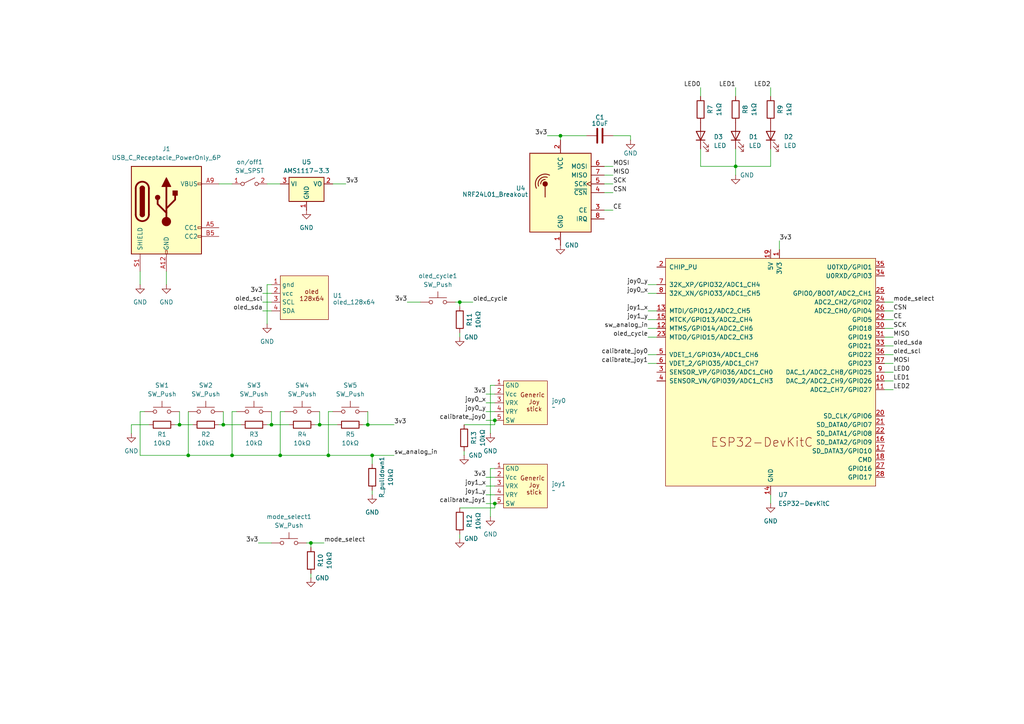
<source format=kicad_sch>
(kicad_sch (version 20231120) (generator "eeschema") (generator_version "8.0")
  (paper "A4")
  (lib_symbols
    (symbol "Connector:USB_C_Receptacle_PowerOnly_6P" (pin_names (offset 1.016))
      (property "Reference" "J" (at 0 16.51 0))
      (property "Value" "USB_C_Receptacle_PowerOnly_6P" (at 0 13.97 0))
      (symbol "USB_C_Receptacle_PowerOnly_6P_0_0"
        (rectangle (start -0.254 -12.7) (end 0.254 -11.684))
        (rectangle (start 10.16 -7.366) (end 9.144 -7.874))
        (rectangle (start 10.16 -4.826) (end 9.144 -5.334))
        (rectangle (start 10.16 7.874) (end 9.144 7.366))
      )
      (symbol "USB_C_Receptacle_PowerOnly_6P_0_1"
        (rectangle (start -10.16 12.7) (end 10.16 -12.7) (stroke (width 0.254)) (fill (type background)))
        (arc (start -8.89 -1.27) (mid -6.985 -3.1667) (end -5.08 -1.27) (stroke (width 0.508)))
        (arc (start -7.62 -1.27) (mid -6.985 -1.9023) (end -6.35 -1.27) (stroke (width 0.254)))
        (arc (start -7.62 -1.27) (mid -6.985 -1.9023) (end -6.35 -1.27) (stroke (width 0.254)) (fill (type outline)))
        (rectangle (start -7.62 -1.27) (end -6.35 6.35) (stroke (width 0.254)) (fill (type outline)))
        (arc (start -6.35 6.35) (mid -6.985 6.9823) (end -7.62 6.35) (stroke (width 0.254)))
        (arc (start -6.35 6.35) (mid -6.985 6.9823) (end -7.62 6.35) (stroke (width 0.254)) (fill (type outline)))
        (arc (start -5.08 6.35) (mid -6.985 8.2467) (end -8.89 6.35) (stroke (width 0.508)))
        (circle (center -2.54 3.683) (radius 0.635) (stroke (width 0.254)) (fill (type outline)))
        (circle (center 0 -3.302) (radius 1.27) (fill (type outline)))
        (polyline (pts (xy -8.89 -1.27) (xy -8.89 6.35)) (stroke (width 0.508)))
        (polyline (pts (xy -5.08 6.35) (xy -5.08 -1.27)) (stroke (width 0.508)))
        (polyline (pts (xy 0 -3.302) (xy 0 6.858)) (stroke (width 0.508)))
        (polyline (pts (xy 0 -0.762) (xy -2.54 1.778) (xy -2.54 3.048)) (stroke (width 0.508)))
        (polyline (pts (xy 0 0.508) (xy 2.54 3.048) (xy 2.54 4.318)) (stroke (width 0.508)))
        (polyline (pts (xy -1.27 6.858) (xy 0 9.398) (xy 1.27 6.858) (xy -1.27 6.858)) (stroke (width 0.254)) (fill (type outline)))
        (rectangle (start 1.905 4.318) (end 3.175 5.588) (stroke (width 0.254)) (fill (type outline)))
      )
      (symbol "USB_C_Receptacle_PowerOnly_6P_1_1"
        (pin passive line (at 0 -17.78 90) (length 5.08) (name "GND") (number "A12"))
        (pin bidirectional line (at 15.24 -5.08 180) (length 5.08) (name "CC1") (number "A5"))
        (pin passive line (at 15.24 7.62 180) (length 5.08) (name "VBUS") (number "A9"))
        (pin passive line (at 0 -17.78 90) (length 5.08) hide (name "GND") (number "B12"))
        (pin bidirectional line (at 15.24 -7.62 180) (length 5.08) (name "CC2") (number "B5"))
        (pin passive line (at 15.24 7.62 180) (length 5.08) hide (name "VBUS") (number "B9"))
        (pin passive line (at -7.62 -17.78 90) (length 5.08) (name "SHIELD") (number "S1"))
      )
    )
    (symbol "Device:C" (pin_numbers hide) (pin_names (offset 0.254))
      (property "Reference" "C" (at 0.635 2.54 0))
      (property "Value" "C" (at 0.635 -2.54 0))
      (symbol "C_0_1"
        (polyline (pts (xy -2.032 -0.762) (xy 2.032 -0.762)) (stroke (width 0.508)))
        (polyline (pts (xy -2.032 0.762) (xy 2.032 0.762)) (stroke (width 0.508)))
      )
      (symbol "C_1_1"
        (pin passive line (at 0 3.81 270) (length 2.794) (name "~") (number "1"))
        (pin passive line (at 0 -3.81 90) (length 2.794) (name "~") (number "2"))
      )
    )
    (symbol "Device:LED" (pin_numbers hide) (pin_names (offset 1.016) hide)
      (property "Reference" "D" (at 0 2.54 0))
      (property "Value" "LED" (at 0 -2.54 0))
      (symbol "LED_0_1"
        (polyline (pts (xy -1.27 -1.27) (xy -1.27 1.27)) (stroke (width 0.254)))
        (polyline (pts (xy -1.27 0) (xy 1.27 0)))
        (polyline (pts (xy 1.27 -1.27) (xy 1.27 1.27) (xy -1.27 0) (xy 1.27 -1.27)) (stroke (width 0.254)))
        (polyline (pts (xy -3.048 -0.762) (xy -4.572 -2.286) (xy -3.81 -2.286) (xy -4.572 -2.286) (xy -4.572 -1.524)))
        (polyline (pts (xy -1.778 -0.762) (xy -3.302 -2.286) (xy -2.54 -2.286) (xy -3.302 -2.286) (xy -3.302 -1.524)))
      )
      (symbol "LED_1_1"
        (pin passive line (at -3.81 0 0) (length 2.54) (name "K") (number "1"))
        (pin passive line (at 3.81 0 180) (length 2.54) (name "A") (number "2"))
      )
    )
    (symbol "Device:R" (pin_numbers hide) (pin_names (offset 0))
      (property "Reference" "R" (at 2.032 0 90))
      (property "Value" "R" (at 0 0 90))
      (symbol "R_0_1"
        (rectangle (start -1.016 -2.54) (end 1.016 2.54) (stroke (width 0.254)))
      )
      (symbol "R_1_1"
        (pin passive line (at 0 3.81 270) (length 1.27) (name "~") (number "1"))
        (pin passive line (at 0 -3.81 90) (length 1.27) (name "~") (number "2"))
      )
    )
    (symbol "PCM_Espressif:ESP32-DevKitC" (pin_names (offset 1.016))
      (property "Reference" "U" (at -30.48 38.1 0))
      (property "Value" "ESP32-DevKitC" (at -30.48 35.56 0))
      (symbol "ESP32-DevKitC_0_0"
        (text "ESP32-DevKitC" (at -2.54 -20.32 0) (effects (font (size 2.54 2.54))))
        (pin power_in line (at 0 -35.56 90) (length 2.54) (name "GND") (number "14"))
        (pin power_in line (at 0 35.56 270) (length 2.54) (name "5V") (number "19"))
      )
      (symbol "ESP32-DevKitC_0_1"
        (rectangle (start -30.48 33.02) (end 30.48 -33.02) (fill (type background)))
      )
      (symbol "ESP32-DevKitC_1_1"
        (pin power_in line (at 2.54 35.56 270) (length 2.54) (name "3V3") (number "1"))
        (pin bidirectional line (at 33.02 -2.54 180) (length 2.54) (name "DAC_2/ADC2_CH9/GPIO26") (number "10"))
        (pin bidirectional line (at 33.02 -5.08 180) (length 2.54) (name "ADC2_CH7/GPIO27") (number "11"))
        (pin bidirectional line (at -33.02 12.7 0) (length 2.54) (name "MTMS/GPIO14/ADC2_CH6") (number "12"))
        (pin bidirectional line (at -33.02 17.78 0) (length 2.54) (name "MTDI/GPIO12/ADC2_CH5") (number "13"))
        (pin bidirectional line (at -33.02 15.24 0) (length 2.54) (name "MTCK/GPIO13/ADC2_CH4") (number "15"))
        (pin bidirectional line (at 33.02 -20.32 180) (length 2.54) (name "SD_DATA2/GPIO9") (number "16"))
        (pin bidirectional line (at 33.02 -22.86 180) (length 2.54) (name "SD_DATA3/GPIO10") (number "17"))
        (pin bidirectional line (at 33.02 -25.4 180) (length 2.54) (name "CMD") (number "18"))
        (pin input line (at -33.02 30.48 0) (length 2.54) (name "CHIP_PU") (number "2"))
        (pin bidirectional line (at 33.02 -12.7 180) (length 2.54) (name "SD_CLK/GPIO6") (number "20"))
        (pin bidirectional line (at 33.02 -15.24 180) (length 2.54) (name "SD_DATA0/GPIO7") (number "21"))
        (pin bidirectional line (at 33.02 -17.78 180) (length 2.54) (name "SD_DATA1/GPIO8") (number "22"))
        (pin bidirectional line (at -33.02 10.16 0) (length 2.54) (name "MTDO/GPIO15/ADC2_CH3") (number "23"))
        (pin bidirectional line (at 33.02 20.32 180) (length 2.54) (name "ADC2_CH2/GPIO2") (number "24"))
        (pin bidirectional line (at 33.02 22.86 180) (length 2.54) (name "GPIO0/BOOT/ADC2_CH1") (number "25"))
        (pin bidirectional line (at 33.02 17.78 180) (length 2.54) (name "ADC2_CH0/GPIO4") (number "26"))
        (pin bidirectional line (at 33.02 -27.94 180) (length 2.54) (name "GPIO16") (number "27"))
        (pin bidirectional line (at 33.02 -30.48 180) (length 2.54) (name "GPIO17") (number "28"))
        (pin bidirectional line (at 33.02 15.24 180) (length 2.54) (name "GPIO5") (number "29"))
        (pin input line (at -33.02 0 0) (length 2.54) (name "SENSOR_VP/GPIO36/ADC1_CH0") (number "3"))
        (pin bidirectional line (at 33.02 12.7 180) (length 2.54) (name "GPIO18") (number "30"))
        (pin bidirectional line (at 33.02 10.16 180) (length 2.54) (name "GPIO19") (number "31"))
        (pin passive line (at 0 -35.56 90) (length 2.54) hide (name "GND") (number "32"))
        (pin bidirectional line (at 33.02 7.62 180) (length 2.54) (name "GPIO21") (number "33"))
        (pin bidirectional line (at 33.02 27.94 180) (length 2.54) (name "U0RXD/GPIO3") (number "34"))
        (pin bidirectional line (at 33.02 30.48 180) (length 2.54) (name "U0TXD/GPIO1") (number "35"))
        (pin bidirectional line (at 33.02 5.08 180) (length 2.54) (name "GPIO22") (number "36"))
        (pin bidirectional line (at 33.02 2.54 180) (length 2.54) (name "GPIO23") (number "37"))
        (pin passive line (at 0 -35.56 90) (length 2.54) hide (name "GND") (number "38"))
        (pin input line (at -33.02 -2.54 0) (length 2.54) (name "SENSOR_VN/GPIO39/ADC1_CH3") (number "4"))
        (pin input line (at -33.02 5.08 0) (length 2.54) (name "VDET_1/GPIO34/ADC1_CH6") (number "5"))
        (pin input line (at -33.02 2.54 0) (length 2.54) (name "VDET_2/GPIO35/ADC1_CH7") (number "6"))
        (pin bidirectional line (at -33.02 25.4 0) (length 2.54) (name "32K_XP/GPIO32/ADC1_CH4") (number "7"))
        (pin bidirectional line (at -33.02 22.86 0) (length 2.54) (name "32K_XN/GPIO33/ADC1_CH5") (number "8"))
        (pin bidirectional line (at 33.02 0 180) (length 2.54) (name "DAC_1/ADC2_CH8/GPIO25") (number "9"))
      )
    )
    (symbol "RF:NRF24L01_Breakout" (pin_names (offset 1.016))
      (property "Reference" "U" (at -8.89 12.7 0))
      (property "Value" "NRF24L01_Breakout" (at 3.81 12.7 0))
      (symbol "NRF24L01_Breakout_0_1"
        (rectangle (start -8.89 11.43) (end 8.89 -11.43) (stroke (width 0.254)) (fill (type background)))
        (polyline (pts (xy 4.445 1.905) (xy 4.445 -1.27)) (stroke (width 0.254)))
        (circle (center 4.445 2.54) (radius 0.635) (stroke (width 0.254)) (fill (type outline)))
        (arc (start 5.715 2.54) (mid 5.3521 3.4546) (end 4.445 3.81) (stroke (width 0.254)))
        (arc (start 6.35 1.905) (mid 5.8763 3.9854) (end 3.81 4.445) (stroke (width 0.254)))
        (arc (start 6.985 1.27) (mid 6.453 4.548) (end 3.175 5.08) (stroke (width 0.254)))
      )
      (symbol "NRF24L01_Breakout_1_1"
        (pin power_in line (at 0 -15.24 90) (length 3.81) (name "GND") (number "1"))
        (pin power_in line (at 0 15.24 270) (length 3.81) (name "VCC") (number "2"))
        (pin input line (at -12.7 -5.08 0) (length 3.81) (name "CE") (number "3"))
        (pin input line (at -12.7 0 0) (length 3.81) (name "~{CSN}") (number "4"))
        (pin input clock (at -12.7 2.54 0) (length 3.81) (name "SCK") (number "5"))
        (pin input line (at -12.7 7.62 0) (length 3.81) (name "MOSI") (number "6"))
        (pin output line (at -12.7 5.08 0) (length 3.81) (name "MISO") (number "7"))
        (pin output line (at -12.7 -7.62 0) (length 3.81) (name "IRQ") (number "8"))
      )
    )
    (symbol "Regulator_Linear:AMS1117-3.3"
      (property "Reference" "U" (at -3.81 3.175 0))
      (property "Value" "AMS1117-3.3" (at 0 3.175 0))
      (symbol "AMS1117-3.3_0_1"
        (rectangle (start -5.08 -5.08) (end 5.08 1.905) (stroke (width 0.254)) (fill (type background)))
      )
      (symbol "AMS1117-3.3_1_1"
        (pin power_in line (at 0 -7.62 90) (length 2.54) (name "GND") (number "1"))
        (pin power_out line (at 7.62 0 180) (length 2.54) (name "VO") (number "2"))
        (pin power_in line (at -7.62 0 0) (length 2.54) (name "VI") (number "3"))
      )
    )
    (symbol "Switch:SW_Push" (pin_numbers hide) (pin_names (offset 1.016) hide)
      (property "Reference" "SW" (at 1.27 2.54 0))
      (property "Value" "SW_Push" (at 0 -1.524 0))
      (symbol "SW_Push_0_1"
        (circle (center -2.032 0) (radius 0.508))
        (polyline (pts (xy 0 1.27) (xy 0 3.048)))
        (polyline (pts (xy 2.54 1.27) (xy -2.54 1.27)))
        (circle (center 2.032 0) (radius 0.508))
        (pin passive line (at -5.08 0 0) (length 2.54) (name "1") (number "1"))
        (pin passive line (at 5.08 0 180) (length 2.54) (name "2") (number "2"))
      )
    )
    (symbol "Switch:SW_SPST" (pin_names (offset 0) hide)
      (property "Reference" "SW" (at 0 3.175 0))
      (property "Value" "SW_SPST" (at 0 -2.54 0))
      (symbol "SW_SPST_0_0"
        (circle (center -2.032 0) (radius 0.508))
        (polyline (pts (xy -1.524 0.254) (xy 1.524 1.778)))
        (circle (center 2.032 0) (radius 0.508))
      )
      (symbol "SW_SPST_1_1"
        (pin passive line (at -5.08 0 0) (length 2.54) (name "A") (number "1"))
        (pin passive line (at 5.08 0 180) (length 2.54) (name "B") (number "2"))
      )
    )
    (symbol "custom_lib:Generic_Joystick"
      (property "Reference" "U" (at 0 0 0))
      (symbol "Generic_Joystick_1_1"
        (rectangle (start 2.54 6.35) (end 15.24 -6.35) (fill (type background)))
        (text "Generic \nJoy\nstick\n" (at 11.43 0.254 0) (effects (font (size 1.27 1.27))))
        (pin power_in line (at 0 5.08 0) (length 2.54) (name "GND") (number "1"))
        (pin power_in line (at 0 2.54 0) (length 2.54) (name "Vcc") (number "2"))
        (pin bidirectional line (at 0 0 0) (length 2.54) (name "VRX") (number "3"))
        (pin bidirectional line (at 0 -2.54 0) (length 2.54) (name "VRY") (number "4"))
        (pin bidirectional line (at 0 -5.08 0) (length 2.54) (name "SW") (number "5"))
      )
    )
    (symbol "custom_lib:oled_display_128x64"
      (property "Reference" "U" (at 0 0 0))
      (symbol "oled_display_128x64_1_1"
        (rectangle (start 2.54 6.35) (end 16.51 -6.35) (fill (type background)))
        (text "oled\n128x64\n" (at 11.684 0.762 0) (effects (font (size 1.27 1.27))))
        (pin power_in line (at 0 3.81 0) (length 2.54) (name "gnd") (number "1"))
        (pin power_in line (at 0 1.27 0) (length 2.54) (name "vcc") (number "2"))
        (pin bidirectional line (at 0 -1.27 0) (length 2.54) (name "SCL") (number "3"))
        (pin bidirectional line (at 0 -3.81 0) (length 2.54) (name "SDA") (number "4"))
      )
    )
    (symbol "power:GND" (power) (pin_numbers hide) (pin_names (offset 0) hide)
      (property "Value" "GND" (at 0 -3.81 0))
      (symbol "GND_0_1"
        (polyline (pts (xy 0 0) (xy 0 -1.27) (xy 1.27 -1.27) (xy 0 -2.54) (xy -1.27 -1.27) (xy 0 -1.27)))
      )
      (symbol "GND_1_1"
        (pin power_in line (at 0 0 270) (length 0) (name "~") (number "1"))
      )
    )
  )
  (junction (at 143.51 121.92))
  (junction (at 64.77 123.19))
  (junction (at 52.07 123.19))
  (junction (at 213.36 48.26))
  (junction (at 143.51 146.05))
  (junction (at 92.71 123.19))
  (junction (at 67.31 132.08))
  (junction (at 95.25 132.08))
  (junction (at 107.95 132.08))
  (junction (at 54.61 132.08))
  (junction (at 133.35 87.63))
  (junction (at 78.74 123.19))
  (junction (at 90.17 157.48))
  (junction (at 81.28 132.08))
  (junction (at 162.56 39.37))
  (junction (at 106.68 123.19))
  (wire (pts (xy 40.64 119.38) (xy 41.91 119.38)))
  (wire (pts (xy 259.08 102.87) (xy 256.54 102.87)))
  (wire (pts (xy 133.35 88.9) (xy 133.35 87.63)))
  (wire (pts (xy 223.52 43.18) (xy 223.52 48.26)))
  (wire (pts (xy 162.56 39.37) (xy 162.56 40.64)))
  (wire (pts (xy 90.17 158.75) (xy 90.17 157.48)))
  (wire (pts (xy 226.06 69.85) (xy 226.06 72.39)))
  (wire (pts (xy 64.77 123.19) (xy 64.77 119.38)))
  (wire (pts (xy 48.26 78.74) (xy 48.26 82.55)))
  (wire (pts (xy 40.64 132.08) (xy 54.61 132.08)))
  (wire (pts (xy 213.36 50.8) (xy 213.36 48.26)))
  (wire (pts (xy 175.26 55.88) (xy 177.8 55.88)))
  (wire (pts (xy 95.25 132.08) (xy 107.95 132.08)))
  (wire (pts (xy 259.08 105.41) (xy 256.54 105.41)))
  (wire (pts (xy 256.54 110.49) (xy 259.08 110.49)))
  (wire (pts (xy 187.96 105.41) (xy 190.5 105.41)))
  (wire (pts (xy 187.96 82.55) (xy 190.5 82.55)))
  (wire (pts (xy 143.51 135.89) (xy 142.24 135.89)))
  (wire (pts (xy 143.51 111.76) (xy 142.24 111.76)))
  (wire (pts (xy 40.64 119.38) (xy 40.64 132.08)))
  (wire (pts (xy 213.36 48.26) (xy 223.52 48.26)))
  (wire (pts (xy 90.17 157.48) (xy 88.9 157.48)))
  (wire (pts (xy 74.93 157.48) (xy 78.74 157.48)))
  (wire (pts (xy 158.75 39.37) (xy 162.56 39.37)))
  (wire (pts (xy 203.2 43.18) (xy 203.2 48.26)))
  (wire (pts (xy 106.68 123.19) (xy 106.68 119.38)))
  (wire (pts (xy 256.54 113.03) (xy 259.08 113.03)))
  (wire (pts (xy 134.62 123.19) (xy 143.51 123.19)))
  (wire (pts (xy 133.35 87.63) (xy 132.08 87.63)))
  (wire (pts (xy 140.97 119.38) (xy 143.51 119.38)))
  (wire (pts (xy 140.97 121.92) (xy 143.51 121.92)))
  (wire (pts (xy 143.51 123.19) (xy 143.51 121.92)))
  (wire (pts (xy 78.74 123.19) (xy 83.82 123.19)))
  (wire (pts (xy 182.88 40.64) (xy 182.88 39.37)))
  (wire (pts (xy 50.8 123.19) (xy 52.07 123.19)))
  (wire (pts (xy 107.95 143.51) (xy 107.95 142.24)))
  (wire (pts (xy 223.52 146.05) (xy 223.52 143.51)))
  (wire (pts (xy 223.52 27.94) (xy 223.52 25.4)))
  (wire (pts (xy 213.36 43.18) (xy 213.36 48.26)))
  (wire (pts (xy 133.35 97.79) (xy 133.35 96.52)))
  (wire (pts (xy 140.97 138.43) (xy 143.51 138.43)))
  (wire (pts (xy 140.97 140.97) (xy 143.51 140.97)))
  (wire (pts (xy 256.54 92.71) (xy 259.08 92.71)))
  (wire (pts (xy 52.07 123.19) (xy 55.88 123.19)))
  (wire (pts (xy 175.26 60.96) (xy 177.8 60.96)))
  (wire (pts (xy 78.74 123.19) (xy 78.74 119.38)))
  (wire (pts (xy 90.17 167.64) (xy 90.17 166.37)))
  (wire (pts (xy 175.26 50.8) (xy 177.8 50.8)))
  (wire (pts (xy 67.31 119.38) (xy 67.31 132.08)))
  (wire (pts (xy 76.2 85.09) (xy 78.74 85.09)))
  (wire (pts (xy 182.88 39.37) (xy 177.8 39.37)))
  (wire (pts (xy 38.1 123.19) (xy 43.18 123.19)))
  (wire (pts (xy 177.8 48.26) (xy 175.26 48.26)))
  (wire (pts (xy 256.54 97.79) (xy 259.08 97.79)))
  (wire (pts (xy 140.97 116.84) (xy 143.51 116.84)))
  (wire (pts (xy 187.96 90.17) (xy 190.5 90.17)))
  (wire (pts (xy 81.28 132.08) (xy 95.25 132.08)))
  (wire (pts (xy 133.35 87.63) (xy 137.16 87.63)))
  (wire (pts (xy 259.08 100.33) (xy 256.54 100.33)))
  (wire (pts (xy 162.56 39.37) (xy 170.18 39.37)))
  (wire (pts (xy 81.28 119.38) (xy 81.28 132.08)))
  (wire (pts (xy 67.31 132.08) (xy 81.28 132.08)))
  (wire (pts (xy 143.51 147.32) (xy 143.51 146.05)))
  (wire (pts (xy 107.95 134.62) (xy 107.95 132.08)))
  (wire (pts (xy 256.54 90.17) (xy 259.08 90.17)))
  (wire (pts (xy 187.96 85.09) (xy 190.5 85.09)))
  (wire (pts (xy 203.2 27.94) (xy 203.2 25.4)))
  (wire (pts (xy 142.24 111.76) (xy 142.24 125.73)))
  (wire (pts (xy 52.07 123.19) (xy 52.07 119.38)))
  (wire (pts (xy 63.5 53.34) (xy 67.31 53.34)))
  (wire (pts (xy 64.77 123.19) (xy 69.85 123.19)))
  (wire (pts (xy 40.64 82.55) (xy 40.64 78.74)))
  (wire (pts (xy 77.47 93.98) (xy 77.47 82.55)))
  (wire (pts (xy 105.41 123.19) (xy 106.68 123.19)))
  (wire (pts (xy 140.97 146.05) (xy 143.51 146.05)))
  (wire (pts (xy 76.2 87.63) (xy 78.74 87.63)))
  (wire (pts (xy 190.5 95.25) (xy 187.96 95.25)))
  (wire (pts (xy 63.5 123.19) (xy 64.77 123.19)))
  (wire (pts (xy 187.96 97.79) (xy 190.5 97.79)))
  (wire (pts (xy 91.44 123.19) (xy 92.71 123.19)))
  (wire (pts (xy 259.08 87.63) (xy 256.54 87.63)))
  (wire (pts (xy 68.58 119.38) (xy 67.31 119.38)))
  (wire (pts (xy 134.62 132.08) (xy 134.62 130.81)))
  (wire (pts (xy 213.36 27.94) (xy 213.36 25.4)))
  (wire (pts (xy 92.71 123.19) (xy 92.71 119.38)))
  (wire (pts (xy 96.52 119.38) (xy 95.25 119.38)))
  (wire (pts (xy 77.47 82.55) (xy 78.74 82.55)))
  (wire (pts (xy 256.54 95.25) (xy 259.08 95.25)))
  (wire (pts (xy 106.68 123.19) (xy 114.3 123.19)))
  (wire (pts (xy 107.95 132.08) (xy 114.3 132.08)))
  (wire (pts (xy 187.96 92.71) (xy 190.5 92.71)))
  (wire (pts (xy 54.61 119.38) (xy 54.61 132.08)))
  (wire (pts (xy 187.96 102.87) (xy 190.5 102.87)))
  (wire (pts (xy 100.33 53.34) (xy 96.52 53.34)))
  (wire (pts (xy 54.61 132.08) (xy 67.31 132.08)))
  (wire (pts (xy 133.35 147.32) (xy 143.51 147.32)))
  (wire (pts (xy 133.35 156.21) (xy 133.35 154.94)))
  (wire (pts (xy 95.25 119.38) (xy 95.25 132.08)))
  (wire (pts (xy 140.97 143.51) (xy 143.51 143.51)))
  (wire (pts (xy 118.11 87.63) (xy 121.92 87.63)))
  (wire (pts (xy 76.2 90.17) (xy 78.74 90.17)))
  (wire (pts (xy 203.2 48.26) (xy 213.36 48.26)))
  (wire (pts (xy 90.17 157.48) (xy 93.98 157.48)))
  (wire (pts (xy 92.71 123.19) (xy 97.79 123.19)))
  (wire (pts (xy 38.1 123.19) (xy 38.1 125.73)))
  (wire (pts (xy 140.97 114.3) (xy 143.51 114.3)))
  (wire (pts (xy 77.47 123.19) (xy 78.74 123.19)))
  (wire (pts (xy 77.47 53.34) (xy 81.28 53.34)))
  (wire (pts (xy 82.55 119.38) (xy 81.28 119.38)))
  (wire (pts (xy 256.54 107.95) (xy 259.08 107.95)))
  (wire (pts (xy 142.24 135.89) (xy 142.24 149.86)))
  (wire (pts (xy 175.26 53.34) (xy 177.8 53.34)))
  (label "sw_analog_in" (at 114.3 132.08 0))
  (label "LED0" (at 203.2 25.4 180))
  (label "calibrate_joy0" (at 140.97 121.92 180))
  (label "mode_select" (at 93.98 157.48 0))
  (label "MISO" (at 259.08 97.79 0))
  (label "3v3" (at 226.06 69.85 0))
  (label "calibrate_joy1" (at 187.96 105.41 180))
  (label "joy1_x" (at 140.97 140.97 180))
  (label "3v3" (at 76.2 85.09 180))
  (label "3v3" (at 74.93 157.48 180))
  (label "oled_cycle" (at 187.96 97.79 180))
  (label "3v3" (at 140.97 138.43 180))
  (label "joy1_x" (at 187.96 90.17 180))
  (label "LED2" (at 223.52 25.4 180))
  (label "MOSI" (at 177.8 48.26 0))
  (label "3v3" (at 140.97 114.3 180))
  (label "LED0" (at 259.08 107.95 0))
  (label "CE" (at 177.8 60.96 0))
  (label "mode_select" (at 259.08 87.63 0))
  (label "oled_cycle" (at 137.16 87.63 0))
  (label "joy1_y" (at 140.97 143.51 180))
  (label "MISO" (at 177.8 50.8 0))
  (label "SCK" (at 259.08 95.25 0))
  (label "SCK" (at 177.8 53.34 0))
  (label "CSN" (at 259.08 90.17 0))
  (label "3v3" (at 114.3 123.19 0))
  (label "LED1" (at 259.08 110.49 0))
  (label "joy0_x" (at 187.96 85.09 180))
  (label "joy1_y" (at 187.96 92.71 180))
  (label "oled_sda" (at 259.08 100.33 0))
  (label "CSN" (at 177.8 55.88 0))
  (label "oled_scl" (at 76.2 87.63 180))
  (label "joy0_y" (at 140.97 119.38 180))
  (label "sw_analog_in" (at 187.96 95.25 180))
  (label "3v3" (at 100.33 53.34 0))
  (label "LED2" (at 259.08 113.03 0))
  (label "oled_sda" (at 76.2 90.17 180))
  (label "calibrate_joy0" (at 187.96 102.87 180))
  (label "3v3" (at 118.11 87.63 180))
  (label "3v3" (at 158.75 39.37 180))
  (label "oled_scl" (at 259.08 102.87 0))
  (label "CE" (at 259.08 92.71 0))
  (label "joy0_y" (at 187.96 82.55 180))
  (label "MOSI" (at 259.08 105.41 0))
  (label "calibrate_joy1" (at 140.97 146.05 180))
  (label "joy0_x" (at 140.97 116.84 180))
  (label "LED1" (at 213.36 25.4 180))
  (symbol (lib_id "Device:R") (at 90.17 162.56 0) (unit 1)
    (property "Reference" "R10" (at 92.964 162.56 90))
    (property "Value" "10kΩ" (at 95.504 162.56 90))
    (property "Footprint" "Resistor_THT:R_Axial_DIN0204_L3.6mm_D1.6mm_P7.62mm_Horizontal" (effects (hide yes)))
    (property "Description" "Resistor" (effects (hide yes)))
  )
  (symbol (lib_id "Device:R") (at 46.99 123.19 270) (unit 1)
    (property "Reference" "R1" (at 46.99 125.984 90))
    (property "Value" "10kΩ" (at 46.99 128.524 90))
    (property "Footprint" "Resistor_THT:R_Axial_DIN0204_L3.6mm_D1.6mm_P7.62mm_Horizontal" (effects (hide yes)))
    (property "Description" "Resistor" (effects (hide yes)))
  )
  (symbol (lib_id "power:GND") (at 40.64 82.55 0) (unit 1)
    (property "Reference" "#PWR013" (effects (hide yes)))
    (property "Value" "GND" (at 40.64 87.63 0))
    (property "Description" "Power symbol creates a global label with name \"GND\" , ground" (effects (hide yes)))
  )
  (symbol (lib_id "power:GND") (at 213.36 50.8 0) (unit 1)
    (property "Reference" "#PWR012" (effects (hide yes)))
    (property "Value" "GND" (at 216.662 50.8 0))
    (property "Description" "Power symbol creates a global label with name \"GND\" , ground" (effects (hide yes)))
  )
  (symbol (lib_id "power:GND") (at 142.24 125.73 0) (unit 1)
    (property "Reference" "#PWR011" (effects (hide yes)))
    (property "Value" "GND" (at 142.24 130.81 0))
    (property "Description" "Power symbol creates a global label with name \"GND\" , ground" (effects (hide yes)))
  )
  (symbol (lib_id "Device:C") (at 173.99 39.37 90) (unit 1)
    (property "Reference" "C1" (at 173.99 34.036 90))
    (property "Value" "10uF" (at 173.99 35.814 90))
    (property "Footprint" "Capacitor_THT:CP_Radial_Tantal_D4.5mm_P5.00mm" (effects (hide yes)))
    (property "Description" "Unpolarized capacitor" (effects (hide yes)))
  )
  (symbol (lib_id "PCM_Espressif:ESP32-DevKitC") (at 223.52 107.95 0) (unit 1)
    (property "Reference" "U7" (at 225.7141 143.51 0) (effects (justify left)))
    (property "Value" "ESP32-DevKitC" (at 225.7141 146.05 0) (effects (justify left)))
    (property "Footprint" "PCM_Espressif:ESP32-DevKitC" (effects (hide yes)))
    (property "Datasheet" "https://docs.espressif.com/projects/esp-idf/zh_CN/latest/esp32/hw-reference/esp32/get-started-devkitc.html" (effects (hide yes)))
    (property "Description" "Development Kit" (effects (hide yes)))
  )
  (symbol (lib_id "power:GND") (at 90.17 167.64 0) (unit 1)
    (property "Reference" "#PWR08" (effects (hide yes)))
    (property "Value" "GND" (at 93.472 167.64 0))
    (property "Description" "Power symbol creates a global label with name \"GND\" , ground" (effects (hide yes)))
  )
  (symbol (lib_id "Device:R") (at 133.35 151.13 0) (unit 1)
    (property "Reference" "R12" (at 136.144 151.13 90))
    (property "Value" "10kΩ" (at 138.684 151.13 90))
    (property "Footprint" "Resistor_THT:R_Axial_DIN0204_L3.6mm_D1.6mm_P7.62mm_Horizontal" (effects (hide yes)))
    (property "Description" "Resistor" (effects (hide yes)))
  )
  (symbol (lib_id "Switch:SW_SPST") (at 72.39 53.34 0) (unit 1)
    (property "Reference" "on/off1" (at 72.39 46.99 0))
    (property "Value" "SW_SPST" (at 72.39 49.53 0))
    (property "Footprint" "Button_Switch_THT:SW_PUSH_6mm" (effects (hide yes)))
    (property "Description" "Single Pole Single Throw (SPST) switch" (effects (hide yes)))
  )
  (symbol (lib_id "Regulator_Linear:AMS1117-3.3") (at 88.9 53.34 0) (unit 1)
    (property "Reference" "U5" (at 88.9 46.99 0))
    (property "Value" "AMS1117-3.3" (at 88.9 49.53 0))
    (property "Footprint" "Package_TO_SOT_SMD:SOT-223-3_TabPin2" (effects (hide yes)))
    (property "Datasheet" "http://www.advanced-monolithic.com/pdf/ds1117.pdf" (effects (hide yes)))
    (property "Description" "1A Low Dropout regulator, positive, 3.3V fixed output, SOT-223" (effects (hide yes)))
  )
  (symbol (lib_id "Device:LED") (at 213.36 39.37 90) (unit 1)
    (property "Reference" "D1" (at 217.17 39.6874 90) (effects (justify right)))
    (property "Value" "LED" (at 217.17 42.2274 90) (effects (justify right)))
    (property "Footprint" "LED_THT:LED_D3.0mm" (effects (hide yes)))
    (property "Description" "Light emitting diode" (effects (hide yes)))
  )
  (symbol (lib_id "custom_lib:oled_display_128x64") (at 78.74 86.36 0) (unit 1)
    (property "Reference" "U1" (at 96.52 85.7249 0) (effects (justify left)))
    (property "Value" "oled_128x64" (at 96.52 87.63 0) (effects (justify left)))
    (property "Footprint" "custom_controller:oled_128x64" (effects (hide yes)))
  )
  (symbol (lib_id "Switch:SW_Push") (at 59.69 119.38 0) (unit 1)
    (property "Reference" "SW2" (at 59.69 111.76 0))
    (property "Value" "SW_Push" (at 59.69 114.3 0))
    (property "Footprint" "Button_Switch_THT:SW_PUSH_6mm" (effects (hide yes)))
    (property "Description" "Push button switch, generic, two pins" (effects (hide yes)))
  )
  (symbol (lib_id "Device:R") (at 101.6 123.19 270) (unit 1)
    (property "Reference" "R5" (at 101.6 125.984 90))
    (property "Value" "10kΩ" (at 101.6 128.524 90))
    (property "Footprint" "Resistor_THT:R_Axial_DIN0204_L3.6mm_D1.6mm_P7.62mm_Horizontal" (effects (hide yes)))
    (property "Description" "Resistor" (effects (hide yes)))
  )
  (symbol (lib_id "Device:LED") (at 223.52 39.37 90) (unit 1)
    (property "Reference" "D2" (at 227.33 39.6874 90) (effects (justify right)))
    (property "Value" "LED" (at 227.33 42.2274 90) (effects (justify right)))
    (property "Footprint" "LED_THT:LED_D3.0mm" (effects (hide yes)))
    (property "Description" "Light emitting diode" (effects (hide yes)))
  )
  (symbol (lib_id "power:GND") (at 133.35 97.79 0) (unit 1)
    (property "Reference" "#PWR05" (effects (hide yes)))
    (property "Value" "GND" (at 136.652 97.79 0))
    (property "Description" "Power symbol creates a global label with name \"GND\" , ground" (effects (hide yes)))
  )
  (symbol (lib_id "Device:R") (at 134.62 127 0) (unit 1)
    (property "Reference" "R13" (at 137.414 127 90))
    (property "Value" "10kΩ" (at 139.954 127 90))
    (property "Footprint" "Resistor_THT:R_Axial_DIN0204_L3.6mm_D1.6mm_P7.62mm_Horizontal" (effects (hide yes)))
    (property "Description" "Resistor" (effects (hide yes)))
  )
  (symbol (lib_id "Switch:SW_Push") (at 46.99 119.38 0) (unit 1)
    (property "Reference" "SW1" (at 46.99 111.76 0))
    (property "Value" "SW_Push" (at 46.99 114.3 0))
    (property "Footprint" "Button_Switch_THT:SW_PUSH_6mm" (effects (hide yes)))
    (property "Description" "Push button switch, generic, two pins" (effects (hide yes)))
  )
  (symbol (lib_id "power:GND") (at 142.24 149.86 0) (unit 1)
    (property "Reference" "#PWR04" (effects (hide yes)))
    (property "Value" "GND" (at 142.24 154.94 0))
    (property "Description" "Power symbol creates a global label with name \"GND\" , ground" (effects (hide yes)))
  )
  (symbol (lib_id "Device:R") (at 213.36 31.75 0) (unit 1)
    (property "Reference" "R8" (at 216.154 31.75 90))
    (property "Value" "1kΩ" (at 218.694 31.75 90))
    (property "Footprint" "Resistor_THT:R_Axial_DIN0204_L3.6mm_D1.6mm_P7.62mm_Horizontal" (effects (hide yes)))
    (property "Description" "Resistor" (effects (hide yes)))
  )
  (symbol (lib_id "Switch:SW_Push") (at 101.6 119.38 0) (unit 1)
    (property "Reference" "SW5" (at 101.6 111.76 0))
    (property "Value" "SW_Push" (at 101.6 114.3 0))
    (property "Footprint" "Button_Switch_THT:SW_PUSH_6mm" (effects (hide yes)))
    (property "Description" "Push button switch, generic, two pins" (effects (hide yes)))
  )
  (symbol (lib_id "Device:R") (at 59.69 123.19 270) (unit 1)
    (property "Reference" "R2" (at 59.69 125.984 90))
    (property "Value" "10kΩ" (at 59.69 128.524 90))
    (property "Footprint" "Resistor_THT:R_Axial_DIN0204_L3.6mm_D1.6mm_P7.62mm_Horizontal" (effects (hide yes)))
    (property "Description" "Resistor" (effects (hide yes)))
  )
  (symbol (lib_id "power:GND") (at 107.95 143.51 0) (unit 1)
    (property "Reference" "#PWR014" (effects (hide yes)))
    (property "Value" "GND" (at 107.95 148.59 0))
    (property "Description" "Power symbol creates a global label with name \"GND\" , ground" (effects (hide yes)))
  )
  (symbol (lib_id "power:GND") (at 77.47 93.98 0) (unit 1)
    (property "Reference" "#PWR09" (effects (hide yes)))
    (property "Value" "GND" (at 77.47 99.06 0))
    (property "Description" "Power symbol creates a global label with name \"GND\" , ground" (effects (hide yes)))
  )
  (symbol (lib_id "RF:NRF24L01_Breakout") (at 162.56 55.88 0) (mirror y) (unit 1)
    (property "Reference" "U4" (at 152.4 54.6099 0) (effects (justify left)))
    (property "Value" "NRF24L01_Breakout" (at 153.162 56.388 0) (effects (justify left)))
    (property "Footprint" "RF_Module:nRF24L01_Breakout" (effects (hide yes)))
    (property "Datasheet" "http://www.nordicsemi.com/eng/content/download/2730/34105/file/nRF24L01_Product_Specification_v2_0.pdf" (effects (hide yes)))
    (property "Description" "Ultra low power 2.4GHz RF Transceiver, Carrier PCB" (effects (hide yes)))
  )
  (symbol (lib_id "power:GND") (at 134.62 132.08 0) (unit 1)
    (property "Reference" "#PWR015" (effects (hide yes)))
    (property "Value" "GND" (at 137.922 132.08 0))
    (property "Description" "Power symbol creates a global label with name \"GND\" , ground" (effects (hide yes)))
  )
  (symbol (lib_id "Switch:SW_Push") (at 87.63 119.38 0) (unit 1)
    (property "Reference" "SW4" (at 87.63 111.76 0))
    (property "Value" "SW_Push" (at 87.63 114.3 0))
    (property "Footprint" "Button_Switch_THT:SW_PUSH_6mm" (effects (hide yes)))
    (property "Description" "Push button switch, generic, two pins" (effects (hide yes)))
  )
  (symbol (lib_id "Switch:SW_Push") (at 83.82 157.48 0) (unit 1)
    (property "Reference" "mode_select1" (at 83.82 149.86 0))
    (property "Value" "SW_Push" (at 83.82 152.4 0))
    (property "Footprint" "Button_Switch_THT:SW_PUSH_6mm" (effects (hide yes)))
    (property "Description" "Push button switch, generic, two pins" (effects (hide yes)))
  )
  (symbol (lib_id "custom_lib:Generic_Joystick") (at 143.51 116.84 0) (unit 1)
    (property "Reference" "joy0" (at 160.02 116.2049 0) (effects (justify left)))
    (property "Value" "~" (at 160.02 118.11 0) (effects (justify left)))
    (property "Footprint" "custom_controller:generic_joystick_footprint" (effects (hide yes)))
  )
  (symbol (lib_id "power:GND") (at 38.1 125.73 0) (unit 1)
    (property "Reference" "#PWR07" (effects (hide yes)))
    (property "Value" "GND" (at 38.1 130.81 0))
    (property "Description" "Power symbol creates a global label with name \"GND\" , ground" (effects (hide yes)))
  )
  (symbol (lib_id "power:GND") (at 48.26 82.55 0) (unit 1)
    (property "Reference" "#PWR010" (effects (hide yes)))
    (property "Value" "GND" (at 48.26 87.63 0))
    (property "Description" "Power symbol creates a global label with name \"GND\" , ground" (effects (hide yes)))
  )
  (symbol (lib_id "Connector:USB_C_Receptacle_PowerOnly_6P") (at 48.26 60.96 0) (unit 1)
    (property "Reference" "J1" (at 48.26 43.18 0))
    (property "Value" "USB_C_Receptacle_PowerOnly_6P" (at 48.26 45.72 0))
    (property "Footprint" "Connector_USB:USB_C_Receptacle_GCT_USB4125-xx-x_6P_TopMnt_Horizontal" (effects (hide yes)))
    (property "Datasheet" "https://www.usb.org/sites/default/files/documents/usb_type-c.zip" (effects (hide yes)))
    (property "Description" "USB Power-Only 6P Type-C Receptacle connector. robu.in link: https://robu.in/product/usb-3-1-type-c-6-pin-for-power-charging-reversible-connector-pack-of-5/" (effects (hide yes)))
  )
  (symbol (lib_id "Switch:SW_Push") (at 127 87.63 0) (unit 1)
    (property "Reference" "oled_cycle1" (at 127 80.01 0))
    (property "Value" "SW_Push" (at 127 82.55 0))
    (property "Footprint" "Button_Switch_THT:SW_PUSH_6mm" (effects (hide yes)))
    (property "Description" "Push button switch, generic, two pins" (effects (hide yes)))
  )
  (symbol (lib_id "power:GND") (at 223.52 146.05 0) (unit 1)
    (property "Reference" "#PWR06" (effects (hide yes)))
    (property "Value" "GND" (at 223.52 151.13 0))
    (property "Description" "Power symbol creates a global label with name \"GND\" , ground" (effects (hide yes)))
  )
  (symbol (lib_id "Device:R") (at 203.2 31.75 0) (unit 1)
    (property "Reference" "R7" (at 205.994 31.75 90))
    (property "Value" "1kΩ" (at 208.534 31.75 90))
    (property "Footprint" "Resistor_THT:R_Axial_DIN0204_L3.6mm_D1.6mm_P7.62mm_Horizontal" (effects (hide yes)))
    (property "Description" "Resistor" (effects (hide yes)))
  )
  (symbol (lib_id "Switch:SW_Push") (at 73.66 119.38 0) (unit 1)
    (property "Reference" "SW3" (at 73.66 111.76 0))
    (property "Value" "SW_Push" (at 73.66 114.3 0))
    (property "Footprint" "Button_Switch_THT:SW_PUSH_6mm" (effects (hide yes)))
    (property "Description" "Push button switch, generic, two pins" (effects (hide yes)))
  )
  (symbol (lib_id "Device:R") (at 87.63 123.19 270) (unit 1)
    (property "Reference" "R4" (at 87.63 125.984 90))
    (property "Value" "10kΩ" (at 87.63 128.524 90))
    (property "Footprint" "Resistor_THT:R_Axial_DIN0204_L3.6mm_D1.6mm_P7.62mm_Horizontal" (effects (hide yes)))
    (property "Description" "Resistor" (effects (hide yes)))
  )
  (symbol (lib_id "Device:LED") (at 203.2 39.37 90) (unit 1)
    (property "Reference" "D3" (at 207.01 39.6874 90) (effects (justify right)))
    (property "Value" "LED" (at 207.01 42.2274 90) (effects (justify right)))
    (property "Footprint" "LED_THT:LED_D3.0mm" (effects (hide yes)))
    (property "Description" "Light emitting diode" (effects (hide yes)))
  )
  (symbol (lib_id "Device:R") (at 107.95 138.43 0) (unit 1)
    (property "Reference" "R_pulldown1" (at 110.744 138.43 90))
    (property "Value" "10kΩ" (at 113.284 138.43 90))
    (property "Footprint" "Resistor_THT:R_Axial_DIN0204_L3.6mm_D1.6mm_P7.62mm_Horizontal" (effects (hide yes)))
    (property "Description" "Resistor" (effects (hide yes)))
  )
  (symbol (lib_id "Device:R") (at 73.66 123.19 270) (unit 1)
    (property "Reference" "R3" (at 73.66 125.984 90))
    (property "Value" "10kΩ" (at 73.66 128.524 90))
    (property "Footprint" "Resistor_THT:R_Axial_DIN0204_L3.6mm_D1.6mm_P7.62mm_Horizontal" (effects (hide yes)))
    (property "Description" "Resistor" (effects (hide yes)))
  )
  (symbol (lib_id "Device:R") (at 133.35 92.71 0) (unit 1)
    (property "Reference" "R11" (at 136.144 92.71 90))
    (property "Value" "10kΩ" (at 138.684 92.71 90))
    (property "Footprint" "Resistor_THT:R_Axial_DIN0204_L3.6mm_D1.6mm_P7.62mm_Horizontal" (effects (hide yes)))
    (property "Description" "Resistor" (effects (hide yes)))
  )
  (symbol (lib_id "power:GND") (at 133.35 156.21 0) (unit 1)
    (property "Reference" "#PWR016" (effects (hide yes)))
    (property "Value" "GND" (at 136.652 156.21 0))
    (property "Description" "Power symbol creates a global label with name \"GND\" , ground" (effects (hide yes)))
  )
  (symbol (lib_id "Device:R") (at 223.52 31.75 0) (unit 1)
    (property "Reference" "R9" (at 226.314 31.75 90))
    (property "Value" "1kΩ" (at 228.854 31.75 90))
    (property "Footprint" "Resistor_THT:R_Axial_DIN0204_L3.6mm_D1.6mm_P7.62mm_Horizontal" (effects (hide yes)))
    (property "Description" "Resistor" (effects (hide yes)))
  )
  (symbol (lib_id "power:GND") (at 88.9 60.96 0) (unit 1)
    (property "Reference" "#PWR01" (effects (hide yes)))
    (property "Value" "GND" (at 88.9 66.04 0))
    (property "Description" "Power symbol creates a global label with name \"GND\" , ground" (effects (hide yes)))
  )
  (symbol (lib_id "power:GND") (at 182.88 40.64 0) (unit 1)
    (property "Reference" "#PWR03" (effects (hide yes)))
    (property "Value" "GND" (at 182.88 44.45 0))
    (property "Description" "Power symbol creates a global label with name \"GND\" , ground" (effects (hide yes)))
  )
  (symbol (lib_id "custom_lib:Generic_Joystick") (at 143.51 140.97 0) (unit 1)
    (property "Reference" "joy1" (at 160.02 140.3349 0) (effects (justify left)))
    (property "Value" "~" (at 160.02 142.24 0) (effects (justify left)))
    (property "Footprint" "custom_controller:generic_joystick_footprint" (effects (hide yes)))
  )
  (symbol (lib_id "power:GND") (at 162.56 71.12 0) (unit 1)
    (property "Reference" "#PWR02" (effects (hide yes)))
    (property "Value" "GND" (at 165.862 71.12 0))
    (property "Description" "Power symbol creates a global label with name \"GND\" , ground" (effects (hide yes)))
  )
)
</source>
